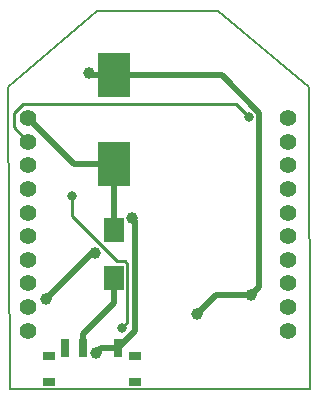
<source format=gbl>
%TF.GenerationSoftware,KiCad,Pcbnew,(5.1.0-511-gbeef7c9f2)*%
%TF.CreationDate,2019-05-09T19:05:29+09:00*%
%TF.ProjectId,xbee,78626565-2e6b-4696-9361-645f70636258,rev?*%
%TF.SameCoordinates,Original*%
%TF.FileFunction,Copper,L2,Bot*%
%TF.FilePolarity,Positive*%
%FSLAX46Y46*%
G04 Gerber Fmt 4.6, Leading zero omitted, Abs format (unit mm)*
G04 Created by KiCad (PCBNEW (5.1.0-511-gbeef7c9f2)) date 2019-05-09 19:05:29*
%MOMM*%
%LPD*%
G04 APERTURE LIST*
%ADD10C,0.150000*%
%ADD11C,1.400000*%
%ADD12R,2.700000X3.750000*%
%ADD13R,1.700000X2.000000*%
%ADD14R,0.700000X1.500000*%
%ADD15R,1.000000X0.800000*%
%ADD16C,1.000000*%
%ADD17C,0.800000*%
%ADD18C,0.500000*%
%ADD19C,0.250000*%
G04 APERTURE END LIST*
D10*
X143250000Y-90250000D02*
X153500000Y-90250000D01*
X135750000Y-96750000D02*
X143250000Y-90250000D01*
X135750000Y-96750000D02*
X135850000Y-122250000D01*
X153500000Y-90250000D02*
X161201100Y-96750000D01*
X161201100Y-96750000D02*
X161250000Y-122250000D01*
X161250000Y-122250000D02*
X135850000Y-122250000D01*
D11*
X159400000Y-99350000D03*
X159400000Y-101350000D03*
X159400000Y-103350000D03*
X159400000Y-105350000D03*
X159400000Y-107350000D03*
X159400000Y-109350000D03*
X159400000Y-111350000D03*
X159400000Y-113350000D03*
X159400000Y-115350000D03*
X159400000Y-117350000D03*
X137400000Y-117350000D03*
X137400000Y-115350000D03*
X137400000Y-113350000D03*
X137400000Y-111350000D03*
X137400000Y-109350000D03*
X137400000Y-107350000D03*
X137400000Y-105350000D03*
X137400000Y-103350000D03*
X137400000Y-101350000D03*
X137400000Y-99350000D03*
D12*
X144650000Y-103250000D03*
X144650000Y-95700000D03*
D13*
X144650000Y-112850000D03*
X144650000Y-108850000D03*
D14*
X145050000Y-118820000D03*
X142050000Y-118820000D03*
X140550000Y-118820000D03*
D15*
X146450000Y-121680000D03*
X139150000Y-121680000D03*
X139150000Y-119470000D03*
X146450000Y-119470000D03*
D16*
X142588000Y-95516500D03*
X156250000Y-114350000D03*
X138899998Y-114650000D03*
X143050000Y-110750000D03*
X151750000Y-115950000D03*
D17*
X145326800Y-117077300D03*
X141108000Y-105975000D03*
D16*
X146210600Y-107806300D03*
X143165200Y-119200400D03*
D17*
X156122700Y-99292700D03*
D18*
X144650000Y-95700000D02*
X142849700Y-95700000D01*
X142588000Y-95516500D02*
X142666200Y-95516500D01*
X142666200Y-95516500D02*
X142849700Y-95700000D01*
X146500000Y-95700000D02*
X144650000Y-95700000D01*
X156972701Y-98884699D02*
X153788002Y-95700000D01*
X153788002Y-95700000D02*
X146500000Y-95700000D01*
X156972701Y-113627299D02*
X156972701Y-98884699D01*
X156250000Y-114350000D02*
X156972701Y-113627299D01*
X142799998Y-110750000D02*
X143050000Y-110750000D01*
X138899998Y-114650000D02*
X142799998Y-110750000D01*
X153350000Y-114350000D02*
X151750000Y-115950000D01*
X156250000Y-114350000D02*
X153350000Y-114350000D01*
X144650000Y-108850000D02*
X144650000Y-103250000D01*
X137400000Y-99350000D02*
X141300000Y-103250000D01*
X141300000Y-103250000D02*
X144650000Y-103250000D01*
D19*
X141108000Y-105975000D02*
X141108000Y-107641000D01*
X141108000Y-107641000D02*
X144918200Y-111451200D01*
X144918200Y-111451200D02*
X145582000Y-111451200D01*
X145582000Y-111451200D02*
X145825400Y-111694600D01*
X145825400Y-111694600D02*
X145825400Y-116578700D01*
X145825400Y-116578700D02*
X145326800Y-117077300D01*
D18*
X145050000Y-118820000D02*
X143545600Y-118820000D01*
X143545600Y-118820000D02*
X143165200Y-119200400D01*
X145050000Y-118820000D02*
X146463300Y-117406700D01*
X146463300Y-117406700D02*
X146463300Y-108059000D01*
X146463300Y-108059000D02*
X146210600Y-107806300D01*
D19*
X137400000Y-101350000D02*
X136185400Y-100135400D01*
X136185400Y-100135400D02*
X136185400Y-98902300D01*
X136185400Y-98902300D02*
X136940300Y-98147400D01*
X136940300Y-98147400D02*
X154977400Y-98147400D01*
X154977400Y-98147400D02*
X156122700Y-99292700D01*
D18*
X142050000Y-118820000D02*
X142050000Y-117619700D01*
X142050000Y-117619700D02*
X144650000Y-115019700D01*
X144650000Y-115019700D02*
X144650000Y-112850000D01*
M02*

</source>
